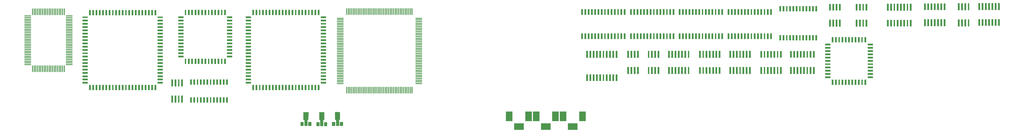
<source format=gbr>
%FSLAX34Y34*%
%MOMM*%
%LNSMDMASK_TOP*%
G71*
G01*
%ADD10R,0.350X2.540*%
%ADD11R,2.540X0.350*%
%ADD12R,0.635X2.033*%
%ADD13R,0.636X2.033*%
%ADD14R,0.634X2.033*%
%ADD15R,2.033X0.635*%
%ADD16R,2.033X0.636*%
%ADD17R,2.032X0.635*%
%ADD18R,2.032X0.636*%
%ADD19R,2.032X0.634*%
%ADD20R,2.033X0.634*%
%ADD21R,0.635X2.031*%
%ADD22R,0.634X2.031*%
%ADD23R,0.636X2.031*%
%ADD24R,2.031X0.635*%
%ADD25R,2.031X0.634*%
%ADD26R,2.031X0.636*%
%ADD27R,0.350X2.550*%
%ADD28R,2.550X0.350*%
%ADD29R,0.635X2.032*%
%ADD30R,0.636X2.032*%
%ADD31R,0.634X2.032*%
%ADD32R,0.636X2.666*%
%ADD33R,0.634X2.666*%
%ADD34R,0.635X2.666*%
%ADD35R,0.634X2.668*%
%ADD36R,0.635X2.668*%
%ADD37R,0.636X2.668*%
%ADD38R,0.635X2.667*%
%ADD39R,0.634X2.667*%
%ADD40R,0.636X2.667*%
%ADD41R,0.636X2.286*%
%ADD42R,0.635X2.286*%
%ADD43R,0.634X2.286*%
%ADD44R,0.638X2.666*%
%ADD45R,0.638X2.668*%
%ADD46R,0.636X2.288*%
%ADD47R,0.635X2.288*%
%ADD48R,0.634X2.288*%
%ADD49R,0.635X2.287*%
%ADD50R,0.634X2.287*%
%ADD51R,0.636X2.287*%
%ADD52R,1.271X1.524*%
%ADD53R,1.270X1.524*%
%ADD54R,1.269X1.524*%
%ADD55R,2.540X3.812*%
%ADD56R,3.812X2.540*%
%ADD57R,1.269X1.526*%
%ADD58R,1.271X1.525*%
%ADD59R,1.269X1.525*%
%ADD60R,1.271X1.526*%
%LPD*%
X247593Y-342018D02*
G54D10*
D03*
X247593Y-121018D02*
G54D10*
D03*
X254093Y-342018D02*
G54D10*
D03*
X254093Y-121018D02*
G54D10*
D03*
X260593Y-342018D02*
G54D10*
D03*
X260593Y-121018D02*
G54D10*
D03*
X267093Y-342018D02*
G54D10*
D03*
X267093Y-121018D02*
G54D10*
D03*
X273593Y-342018D02*
G54D10*
D03*
X273593Y-121018D02*
G54D10*
D03*
X280093Y-342018D02*
G54D10*
D03*
X280093Y-121018D02*
G54D10*
D03*
X286593Y-342018D02*
G54D10*
D03*
X286593Y-121018D02*
G54D10*
D03*
X293093Y-342018D02*
G54D10*
D03*
X293093Y-121018D02*
G54D10*
D03*
X299593Y-342018D02*
G54D10*
D03*
X299593Y-121018D02*
G54D10*
D03*
X306093Y-342018D02*
G54D10*
D03*
X306093Y-121018D02*
G54D10*
D03*
X312593Y-342018D02*
G54D10*
D03*
X312593Y-121018D02*
G54D10*
D03*
X319093Y-342018D02*
G54D10*
D03*
X319093Y-121018D02*
G54D10*
D03*
X325593Y-342018D02*
G54D10*
D03*
X325593Y-121018D02*
G54D10*
D03*
X332093Y-342018D02*
G54D10*
D03*
X332093Y-121018D02*
G54D10*
D03*
X338593Y-342018D02*
G54D10*
D03*
X338593Y-121018D02*
G54D10*
D03*
X345093Y-342018D02*
G54D10*
D03*
X345093Y-121018D02*
G54D10*
D03*
X351593Y-342018D02*
G54D10*
D03*
X351593Y-121018D02*
G54D10*
D03*
X358093Y-342018D02*
G54D10*
D03*
X358093Y-121018D02*
G54D10*
D03*
X364593Y-342018D02*
G54D10*
D03*
X364593Y-121018D02*
G54D10*
D03*
X371093Y-342018D02*
G54D10*
D03*
X371093Y-121018D02*
G54D10*
D03*
X228843Y-325768D02*
G54D11*
D03*
X389843Y-325768D02*
G54D11*
D03*
X228843Y-319268D02*
G54D11*
D03*
X389843Y-319268D02*
G54D11*
D03*
X228843Y-312768D02*
G54D11*
D03*
X389843Y-312768D02*
G54D11*
D03*
X228843Y-306268D02*
G54D11*
D03*
X389843Y-306268D02*
G54D11*
D03*
X228843Y-299768D02*
G54D11*
D03*
X389843Y-299768D02*
G54D11*
D03*
X228843Y-293268D02*
G54D11*
D03*
X389843Y-293268D02*
G54D11*
D03*
X228843Y-286768D02*
G54D11*
D03*
X389843Y-286768D02*
G54D11*
D03*
X228843Y-280268D02*
G54D11*
D03*
X389843Y-280268D02*
G54D11*
D03*
X228843Y-273768D02*
G54D11*
D03*
X389843Y-273768D02*
G54D11*
D03*
X228843Y-267268D02*
G54D11*
D03*
X389843Y-267268D02*
G54D11*
D03*
X228843Y-260768D02*
G54D11*
D03*
X389843Y-260768D02*
G54D11*
D03*
X228843Y-254268D02*
G54D11*
D03*
X389843Y-254268D02*
G54D11*
D03*
X228843Y-247768D02*
G54D11*
D03*
X389843Y-247768D02*
G54D11*
D03*
X228843Y-241268D02*
G54D11*
D03*
X389843Y-241268D02*
G54D11*
D03*
X228843Y-234768D02*
G54D11*
D03*
X389843Y-234768D02*
G54D11*
D03*
X228843Y-228268D02*
G54D11*
D03*
X389843Y-228268D02*
G54D11*
D03*
X228843Y-221768D02*
G54D11*
D03*
X389843Y-221768D02*
G54D11*
D03*
X228843Y-215268D02*
G54D11*
D03*
X389843Y-215268D02*
G54D11*
D03*
X228843Y-208768D02*
G54D11*
D03*
X389843Y-208768D02*
G54D11*
D03*
X228843Y-202268D02*
G54D11*
D03*
X389843Y-202268D02*
G54D11*
D03*
X228843Y-195768D02*
G54D11*
D03*
X389843Y-195768D02*
G54D11*
D03*
X228843Y-189268D02*
G54D11*
D03*
X389843Y-189268D02*
G54D11*
D03*
X228843Y-182768D02*
G54D11*
D03*
X389843Y-182768D02*
G54D11*
D03*
X228843Y-176268D02*
G54D11*
D03*
X389843Y-176268D02*
G54D11*
D03*
X228843Y-169768D02*
G54D11*
D03*
X389843Y-169768D02*
G54D11*
D03*
X228843Y-163268D02*
G54D11*
D03*
X389843Y-163268D02*
G54D11*
D03*
X228843Y-156768D02*
G54D11*
D03*
X389843Y-156768D02*
G54D11*
D03*
X228843Y-150268D02*
G54D11*
D03*
X389843Y-150268D02*
G54D11*
D03*
X228843Y-143768D02*
G54D11*
D03*
X389843Y-143768D02*
G54D11*
D03*
X228843Y-137268D02*
G54D11*
D03*
X389843Y-137268D02*
G54D11*
D03*
X724728Y-415065D02*
G54D12*
D03*
X712024Y-415065D02*
G54D12*
D03*
X699330Y-415065D02*
G54D13*
D03*
X610414Y-415065D02*
G54D14*
D03*
X585010Y-415065D02*
G54D12*
D03*
X559604Y-123940D02*
G54D14*
D03*
X452152Y-269504D02*
G54D15*
D03*
X648524Y-415065D02*
G54D12*
D03*
X635816Y-415065D02*
G54D12*
D03*
X635816Y-123940D02*
G54D12*
D03*
X712024Y-123940D02*
G54D12*
D03*
X661214Y-415065D02*
G54D13*
D03*
X661214Y-123940D02*
G54D13*
D03*
X585010Y-123940D02*
G54D12*
D03*
X610414Y-123940D02*
G54D14*
D03*
X483392Y-415065D02*
G54D13*
D03*
X452152Y-256796D02*
G54D15*
D03*
X452152Y-244094D02*
G54D15*
D03*
X452152Y-231400D02*
G54D16*
D03*
X724728Y-123940D02*
G54D12*
D03*
X699330Y-123940D02*
G54D13*
D03*
X686624Y-123940D02*
G54D12*
D03*
X673920Y-415065D02*
G54D13*
D03*
X673920Y-123940D02*
G54D13*
D03*
X572304Y-415065D02*
G54D13*
D03*
X496098Y-415065D02*
G54D12*
D03*
X508804Y-415065D02*
G54D13*
D03*
X559604Y-415065D02*
G54D14*
D03*
X521497Y-123940D02*
G54D12*
D03*
X546907Y-415065D02*
G54D12*
D03*
X546907Y-123940D02*
G54D12*
D03*
X597714Y-415065D02*
G54D13*
D03*
X521497Y-415065D02*
G54D12*
D03*
X648524Y-123940D02*
G54D12*
D03*
X496098Y-123940D02*
G54D12*
D03*
X483392Y-123940D02*
G54D13*
D03*
X508804Y-123940D02*
G54D13*
D03*
X572304Y-123940D02*
G54D13*
D03*
X534200Y-123940D02*
G54D12*
D03*
X534200Y-415065D02*
G54D12*
D03*
X470688Y-415065D02*
G54D12*
D03*
X743276Y-333004D02*
G54D17*
D03*
X743276Y-345708D02*
G54D18*
D03*
X743276Y-358414D02*
G54D17*
D03*
X743276Y-371120D02*
G54D17*
D03*
X743276Y-396518D02*
G54D18*
D03*
X743276Y-383811D02*
G54D17*
D03*
X743276Y-320311D02*
G54D17*
D03*
X743276Y-307605D02*
G54D17*
D03*
X743276Y-294900D02*
G54D18*
D03*
X743276Y-282200D02*
G54D19*
D03*
X743276Y-269504D02*
G54D17*
D03*
X743276Y-256796D02*
G54D17*
D03*
X743276Y-244094D02*
G54D17*
D03*
X743276Y-231400D02*
G54D18*
D03*
X743276Y-218695D02*
G54D17*
D03*
X743276Y-205990D02*
G54D18*
D03*
X743276Y-193282D02*
G54D18*
D03*
X743276Y-180594D02*
G54D17*
D03*
X743276Y-142482D02*
G54D19*
D03*
X743276Y-155180D02*
G54D17*
D03*
X743276Y-167886D02*
G54D17*
D03*
X452152Y-205990D02*
G54D16*
D03*
X452152Y-218695D02*
G54D15*
D03*
X452152Y-345708D02*
G54D16*
D03*
X452152Y-358414D02*
G54D15*
D03*
X452152Y-371120D02*
G54D15*
D03*
X452152Y-383811D02*
G54D15*
D03*
X452152Y-396518D02*
G54D16*
D03*
X452152Y-320311D02*
G54D15*
D03*
X452152Y-333004D02*
G54D15*
D03*
X452152Y-282200D02*
G54D20*
D03*
X452152Y-294900D02*
G54D16*
D03*
X452152Y-307605D02*
G54D15*
D03*
X597714Y-123940D02*
G54D13*
D03*
X452152Y-180594D02*
G54D15*
D03*
X452152Y-193282D02*
G54D16*
D03*
X452152Y-167886D02*
G54D15*
D03*
X452152Y-155180D02*
G54D15*
D03*
X452152Y-142482D02*
G54D20*
D03*
X470688Y-123940D02*
G54D12*
D03*
X623110Y-415065D02*
G54D12*
D03*
X623110Y-123940D02*
G54D12*
D03*
X686624Y-415065D02*
G54D12*
D03*
X823088Y-294653D02*
G54D16*
D03*
X943242Y-313194D02*
G54D21*
D03*
X943242Y-123682D02*
G54D12*
D03*
X930540Y-313194D02*
G54D22*
D03*
X930540Y-123682D02*
G54D14*
D03*
X994048Y-313194D02*
G54D23*
D03*
X994048Y-123682D02*
G54D13*
D03*
X841630Y-313194D02*
G54D22*
D03*
X841630Y-123682D02*
G54D14*
D03*
X823089Y-154933D02*
G54D15*
D03*
X823089Y-167633D02*
G54D20*
D03*
X823088Y-142229D02*
G54D15*
D03*
X823089Y-231139D02*
G54D15*
D03*
X854330Y-123682D02*
G54D13*
D03*
X867034Y-123682D02*
G54D12*
D03*
X879742Y-123682D02*
G54D12*
D03*
X892433Y-123682D02*
G54D12*
D03*
X905138Y-123682D02*
G54D13*
D03*
X917844Y-123682D02*
G54D12*
D03*
X955945Y-313194D02*
G54D21*
D03*
X955945Y-123682D02*
G54D12*
D03*
X968652Y-123682D02*
G54D12*
D03*
X981351Y-123682D02*
G54D14*
D03*
X892433Y-313194D02*
G54D21*
D03*
X905138Y-313194D02*
G54D23*
D03*
X917844Y-313194D02*
G54D21*
D03*
X854330Y-313194D02*
G54D23*
D03*
X867034Y-313194D02*
G54D21*
D03*
X879742Y-313194D02*
G54D21*
D03*
X981351Y-313194D02*
G54D22*
D03*
X968652Y-313194D02*
G54D21*
D03*
X1012596Y-294653D02*
G54D18*
D03*
X1012596Y-193035D02*
G54D18*
D03*
X1012596Y-205743D02*
G54D18*
D03*
X1012596Y-218440D02*
G54D19*
D03*
X1012596Y-231139D02*
G54D17*
D03*
X1012596Y-243847D02*
G54D17*
D03*
X1012596Y-256549D02*
G54D17*
D03*
X1012596Y-269243D02*
G54D18*
D03*
X1012596Y-281948D02*
G54D17*
D03*
X1012596Y-180331D02*
G54D17*
D03*
X1012596Y-167633D02*
G54D19*
D03*
X1012596Y-154933D02*
G54D17*
D03*
X1012596Y-142229D02*
G54D17*
D03*
X823088Y-281948D02*
G54D15*
D03*
X823088Y-269243D02*
G54D16*
D03*
X823089Y-256549D02*
G54D15*
D03*
X823088Y-243847D02*
G54D15*
D03*
X823089Y-218440D02*
G54D20*
D03*
X823089Y-205743D02*
G54D16*
D03*
X823088Y-193035D02*
G54D16*
D03*
X823089Y-180331D02*
G54D15*
D03*
X1084766Y-256405D02*
G54D16*
D03*
X1103314Y-123534D02*
G54D12*
D03*
X1116020Y-123534D02*
G54D12*
D03*
X1084766Y-180185D02*
G54D15*
D03*
X1141418Y-123534D02*
G54D13*
D03*
X1154124Y-123534D02*
G54D12*
D03*
X1084766Y-218295D02*
G54D20*
D03*
X1084766Y-230995D02*
G54D16*
D03*
X1243034Y-123534D02*
G54D12*
D03*
X1306550Y-414667D02*
G54D21*
D03*
X1357358Y-123534D02*
G54D13*
D03*
X1319247Y-414667D02*
G54D22*
D03*
X1331947Y-414667D02*
G54D23*
D03*
X1255740Y-123534D02*
G54D12*
D03*
X1268438Y-123534D02*
G54D14*
D03*
X1281138Y-123534D02*
G54D13*
D03*
X1255740Y-414667D02*
G54D21*
D03*
X1268438Y-414667D02*
G54D22*
D03*
X1281138Y-414667D02*
G54D23*
D03*
X1375900Y-180185D02*
G54D24*
D03*
X1375900Y-167488D02*
G54D25*
D03*
X1375900Y-154788D02*
G54D26*
D03*
X1375900Y-142084D02*
G54D24*
D03*
X1375900Y-218295D02*
G54D25*
D03*
X1375900Y-205598D02*
G54D24*
D03*
X1375900Y-192892D02*
G54D24*
D03*
X1357358Y-414667D02*
G54D23*
D03*
X1179521Y-414667D02*
G54D21*
D03*
X1192226Y-414667D02*
G54D21*
D03*
X1084766Y-370713D02*
G54D16*
D03*
X1084766Y-358016D02*
G54D20*
D03*
X1084766Y-345317D02*
G54D15*
D03*
X1217638Y-414667D02*
G54D23*
D03*
X1230328Y-414667D02*
G54D23*
D03*
X1243034Y-414667D02*
G54D21*
D03*
X1141418Y-414667D02*
G54D23*
D03*
X1154124Y-414667D02*
G54D21*
D03*
X1128720Y-414667D02*
G54D22*
D03*
X1179521Y-123534D02*
G54D12*
D03*
X1192226Y-123534D02*
G54D12*
D03*
X1319247Y-123534D02*
G54D14*
D03*
X1331947Y-123534D02*
G54D13*
D03*
X1293842Y-123534D02*
G54D12*
D03*
X1293842Y-414667D02*
G54D21*
D03*
X1344652Y-123534D02*
G54D12*
D03*
X1166828Y-123534D02*
G54D13*
D03*
X1166828Y-414667D02*
G54D23*
D03*
X1084766Y-383419D02*
G54D15*
D03*
X1084766Y-269098D02*
G54D15*
D03*
X1217638Y-123534D02*
G54D13*
D03*
X1230328Y-123534D02*
G54D13*
D03*
X1306550Y-123534D02*
G54D12*
D03*
X1204932Y-414667D02*
G54D21*
D03*
X1084766Y-307213D02*
G54D16*
D03*
X1084766Y-319905D02*
G54D16*
D03*
X1084766Y-281802D02*
G54D15*
D03*
X1084766Y-294509D02*
G54D15*
D03*
X1128720Y-123534D02*
G54D14*
D03*
X1344652Y-414667D02*
G54D21*
D03*
X1204932Y-123534D02*
G54D12*
D03*
X1375900Y-358016D02*
G54D25*
D03*
X1375900Y-396123D02*
G54D26*
D03*
X1375900Y-383419D02*
G54D24*
D03*
X1375900Y-370713D02*
G54D26*
D03*
X1084766Y-396123D02*
G54D16*
D03*
X1103314Y-414667D02*
G54D21*
D03*
X1116020Y-414667D02*
G54D21*
D03*
X1084766Y-205598D02*
G54D15*
D03*
X1375900Y-256405D02*
G54D26*
D03*
X1375900Y-269098D02*
G54D24*
D03*
X1375900Y-230995D02*
G54D26*
D03*
X1375900Y-243699D02*
G54D24*
D03*
X1375900Y-332611D02*
G54D24*
D03*
X1375900Y-319905D02*
G54D26*
D03*
X1375900Y-345317D02*
G54D24*
D03*
X1375900Y-307213D02*
G54D26*
D03*
X1375900Y-281802D02*
G54D24*
D03*
X1375900Y-294509D02*
G54D24*
D03*
X1084766Y-142084D02*
G54D15*
D03*
X1084766Y-167488D02*
G54D20*
D03*
X1084766Y-154788D02*
G54D16*
D03*
X1084766Y-243699D02*
G54D15*
D03*
X1084766Y-332611D02*
G54D15*
D03*
X1084766Y-192892D02*
G54D15*
D03*
X1466850Y-425253D02*
G54D27*
D03*
X1466850Y-120253D02*
G54D27*
D03*
X1473350Y-425253D02*
G54D27*
D03*
X1473350Y-120253D02*
G54D27*
D03*
X1479850Y-425253D02*
G54D27*
D03*
X1479850Y-120253D02*
G54D27*
D03*
X1486350Y-425253D02*
G54D27*
D03*
X1486350Y-120253D02*
G54D27*
D03*
X1492850Y-425253D02*
G54D27*
D03*
X1492850Y-120253D02*
G54D27*
D03*
X1499350Y-425253D02*
G54D27*
D03*
X1499350Y-120253D02*
G54D27*
D03*
X1505850Y-425253D02*
G54D27*
D03*
X1505850Y-120253D02*
G54D27*
D03*
X1512350Y-425253D02*
G54D27*
D03*
X1512350Y-120253D02*
G54D27*
D03*
X1518850Y-425253D02*
G54D27*
D03*
X1518850Y-120253D02*
G54D27*
D03*
X1525350Y-425253D02*
G54D27*
D03*
X1525350Y-120253D02*
G54D27*
D03*
X1531850Y-425253D02*
G54D27*
D03*
X1531850Y-120253D02*
G54D27*
D03*
X1538350Y-425253D02*
G54D27*
D03*
X1538350Y-120253D02*
G54D27*
D03*
X1544850Y-425253D02*
G54D27*
D03*
X1544850Y-120253D02*
G54D27*
D03*
X1551350Y-425253D02*
G54D27*
D03*
X1551350Y-120253D02*
G54D27*
D03*
X1557850Y-425253D02*
G54D27*
D03*
X1557850Y-120253D02*
G54D27*
D03*
X1564350Y-425253D02*
G54D27*
D03*
X1564350Y-120253D02*
G54D27*
D03*
X1570850Y-425253D02*
G54D27*
D03*
X1570850Y-120253D02*
G54D27*
D03*
X1577350Y-425253D02*
G54D27*
D03*
X1577350Y-120253D02*
G54D27*
D03*
X1583850Y-425253D02*
G54D27*
D03*
X1583850Y-120253D02*
G54D27*
D03*
X1590350Y-425253D02*
G54D27*
D03*
X1590350Y-120253D02*
G54D27*
D03*
X1596850Y-425253D02*
G54D27*
D03*
X1596850Y-120253D02*
G54D27*
D03*
X1603350Y-425253D02*
G54D27*
D03*
X1603350Y-120253D02*
G54D27*
D03*
X1609850Y-425253D02*
G54D27*
D03*
X1609850Y-120253D02*
G54D27*
D03*
X1616350Y-425253D02*
G54D27*
D03*
X1616350Y-120253D02*
G54D27*
D03*
X1622850Y-425253D02*
G54D27*
D03*
X1622850Y-120253D02*
G54D27*
D03*
X1629350Y-425253D02*
G54D27*
D03*
X1629350Y-120253D02*
G54D27*
D03*
X1635850Y-425253D02*
G54D27*
D03*
X1635850Y-120253D02*
G54D27*
D03*
X1642350Y-425253D02*
G54D27*
D03*
X1642350Y-120253D02*
G54D27*
D03*
X1648850Y-425253D02*
G54D27*
D03*
X1648850Y-120253D02*
G54D27*
D03*
X1655350Y-425253D02*
G54D27*
D03*
X1655350Y-120253D02*
G54D27*
D03*
X1661850Y-425253D02*
G54D27*
D03*
X1661850Y-120253D02*
G54D27*
D03*
X1668350Y-425253D02*
G54D27*
D03*
X1668350Y-120253D02*
G54D27*
D03*
X1674850Y-425253D02*
G54D27*
D03*
X1674850Y-120253D02*
G54D27*
D03*
X1681350Y-425253D02*
G54D27*
D03*
X1681350Y-120253D02*
G54D27*
D03*
X1687850Y-425253D02*
G54D27*
D03*
X1687850Y-120253D02*
G54D27*
D03*
X1694350Y-425253D02*
G54D27*
D03*
X1694350Y-120253D02*
G54D27*
D03*
X1700850Y-425253D02*
G54D27*
D03*
X1700850Y-120253D02*
G54D27*
D03*
X1707350Y-425253D02*
G54D27*
D03*
X1707350Y-120253D02*
G54D27*
D03*
X1713850Y-425253D02*
G54D27*
D03*
X1713850Y-120253D02*
G54D27*
D03*
X1720350Y-425253D02*
G54D27*
D03*
X1720350Y-120253D02*
G54D27*
D03*
X1441100Y-399503D02*
G54D28*
D03*
X1746105Y-399503D02*
G54D28*
D03*
X1441100Y-393003D02*
G54D28*
D03*
X1746104Y-393003D02*
G54D28*
D03*
X1441100Y-386503D02*
G54D28*
D03*
X1746104Y-386503D02*
G54D28*
D03*
X1441100Y-380003D02*
G54D28*
D03*
X1746104Y-380003D02*
G54D28*
D03*
X1441100Y-373503D02*
G54D28*
D03*
X1746105Y-373503D02*
G54D28*
D03*
X1441100Y-367003D02*
G54D28*
D03*
X1746105Y-367003D02*
G54D28*
D03*
X1441100Y-360503D02*
G54D28*
D03*
X1746105Y-360503D02*
G54D28*
D03*
X1441100Y-354003D02*
G54D28*
D03*
X1746105Y-354003D02*
G54D28*
D03*
X1441100Y-347503D02*
G54D28*
D03*
X1746105Y-347503D02*
G54D28*
D03*
X1441100Y-341003D02*
G54D28*
D03*
X1746105Y-341003D02*
G54D28*
D03*
X1441100Y-334503D02*
G54D28*
D03*
X1746104Y-334503D02*
G54D28*
D03*
X1441100Y-328003D02*
G54D28*
D03*
X1746104Y-328003D02*
G54D28*
D03*
X1441100Y-321503D02*
G54D28*
D03*
X1746104Y-321503D02*
G54D28*
D03*
X1441100Y-315003D02*
G54D28*
D03*
X1746104Y-315003D02*
G54D28*
D03*
X1441100Y-308503D02*
G54D28*
D03*
X1746104Y-308503D02*
G54D28*
D03*
X1441100Y-302003D02*
G54D28*
D03*
X1746104Y-302003D02*
G54D28*
D03*
X1441100Y-295503D02*
G54D28*
D03*
X1746105Y-295503D02*
G54D28*
D03*
X1441100Y-289003D02*
G54D28*
D03*
X1746105Y-289003D02*
G54D28*
D03*
X1441100Y-282503D02*
G54D28*
D03*
X1746104Y-282503D02*
G54D28*
D03*
X1441100Y-276003D02*
G54D28*
D03*
X1746105Y-276003D02*
G54D28*
D03*
X1441100Y-269503D02*
G54D28*
D03*
X1746105Y-269503D02*
G54D28*
D03*
X1441100Y-263003D02*
G54D28*
D03*
X1746104Y-263003D02*
G54D28*
D03*
X1441100Y-256503D02*
G54D28*
D03*
X1746104Y-256503D02*
G54D28*
D03*
X1441100Y-250003D02*
G54D28*
D03*
X1746105Y-250003D02*
G54D28*
D03*
X1441100Y-243503D02*
G54D28*
D03*
X1746105Y-243503D02*
G54D28*
D03*
X1441100Y-237003D02*
G54D28*
D03*
X1746104Y-237003D02*
G54D28*
D03*
X1441100Y-230503D02*
G54D28*
D03*
X1746104Y-230503D02*
G54D28*
D03*
X1441100Y-224003D02*
G54D28*
D03*
X1746105Y-224003D02*
G54D28*
D03*
X1441100Y-217503D02*
G54D28*
D03*
X1746105Y-217503D02*
G54D28*
D03*
X1441100Y-211003D02*
G54D28*
D03*
X1746105Y-211003D02*
G54D28*
D03*
X1441100Y-204503D02*
G54D28*
D03*
X1746104Y-204503D02*
G54D28*
D03*
X1441100Y-198003D02*
G54D28*
D03*
X1746104Y-198003D02*
G54D28*
D03*
X1441100Y-191503D02*
G54D28*
D03*
X1746104Y-191503D02*
G54D28*
D03*
X1441100Y-185003D02*
G54D28*
D03*
X1746105Y-185003D02*
G54D28*
D03*
X1441100Y-178503D02*
G54D28*
D03*
X1746105Y-178503D02*
G54D28*
D03*
X1441100Y-172003D02*
G54D28*
D03*
X1746104Y-172003D02*
G54D28*
D03*
X1441100Y-165503D02*
G54D28*
D03*
X1746104Y-165503D02*
G54D28*
D03*
X1441100Y-159003D02*
G54D28*
D03*
X1746104Y-159003D02*
G54D28*
D03*
X1441100Y-152503D02*
G54D28*
D03*
X1746105Y-152503D02*
G54D28*
D03*
X1441100Y-146003D02*
G54D28*
D03*
X1746105Y-146003D02*
G54D28*
D03*
X3351675Y-228997D02*
G54D29*
D03*
X3497747Y-273459D02*
G54D16*
D03*
X3497747Y-286149D02*
G54D15*
D03*
X3497747Y-260752D02*
G54D16*
D03*
X3497747Y-248048D02*
G54D15*
D03*
X3497747Y-336959D02*
G54D16*
D03*
X3497747Y-324259D02*
G54D20*
D03*
X3453289Y-394119D02*
G54D13*
D03*
X3332623Y-311563D02*
G54D24*
D03*
X3497747Y-311563D02*
G54D15*
D03*
X3332623Y-375063D02*
G54D24*
D03*
X3377079Y-394119D02*
G54D14*
D03*
X3364379Y-394119D02*
G54D13*
D03*
X3351675Y-394119D02*
G54D12*
D03*
X3332623Y-248048D02*
G54D24*
D03*
X3332623Y-260752D02*
G54D26*
D03*
X3478687Y-228997D02*
G54D29*
D03*
X3497747Y-349664D02*
G54D15*
D03*
X3332623Y-349664D02*
G54D24*
D03*
X3497747Y-362369D02*
G54D16*
D03*
X3332623Y-362369D02*
G54D26*
D03*
X3332623Y-336959D02*
G54D26*
D03*
X3332623Y-324259D02*
G54D25*
D03*
X3332623Y-273459D02*
G54D26*
D03*
X3332623Y-286149D02*
G54D24*
D03*
X3332623Y-298856D02*
G54D24*
D03*
X3497747Y-298856D02*
G54D15*
D03*
X3389777Y-394119D02*
G54D12*
D03*
X3402483Y-394119D02*
G54D12*
D03*
X3415187Y-394119D02*
G54D12*
D03*
X3440585Y-394119D02*
G54D12*
D03*
X3427879Y-394119D02*
G54D13*
D03*
X3465989Y-394119D02*
G54D14*
D03*
X3478687Y-394119D02*
G54D12*
D03*
X3497747Y-375063D02*
G54D15*
D03*
X3364379Y-228997D02*
G54D30*
D03*
X3377079Y-228997D02*
G54D31*
D03*
X3389777Y-228997D02*
G54D29*
D03*
X3402483Y-228997D02*
G54D29*
D03*
X3415187Y-228997D02*
G54D29*
D03*
X3465989Y-228997D02*
G54D31*
D03*
X3453289Y-228997D02*
G54D30*
D03*
X3440585Y-228997D02*
G54D29*
D03*
X3427879Y-228997D02*
G54D30*
D03*
X3654859Y-165136D02*
G54D32*
D03*
X3642159Y-165136D02*
G54D33*
D03*
X3629463Y-165136D02*
G54D34*
D03*
X3616756Y-165136D02*
G54D34*
D03*
X3604052Y-165136D02*
G54D34*
D03*
X3591352Y-165136D02*
G54D33*
D03*
X3578653Y-165136D02*
G54D34*
D03*
X3565950Y-165136D02*
G54D32*
D03*
X3591352Y-102898D02*
G54D35*
D03*
X3578653Y-102898D02*
G54D36*
D03*
X3565950Y-102898D02*
G54D37*
D03*
X3654859Y-102898D02*
G54D37*
D03*
X3642159Y-102898D02*
G54D35*
D03*
X3604052Y-102898D02*
G54D36*
D03*
X3616756Y-102898D02*
G54D36*
D03*
X3629463Y-102898D02*
G54D36*
D03*
X827886Y-459452D02*
G54D38*
D03*
X815185Y-459452D02*
G54D39*
D03*
X827886Y-397213D02*
G54D36*
D03*
X815185Y-397213D02*
G54D35*
D03*
X802486Y-459452D02*
G54D38*
D03*
X802486Y-397213D02*
G54D36*
D03*
X789782Y-397213D02*
G54D37*
D03*
X789782Y-459452D02*
G54D40*
D03*
X874966Y-462729D02*
G54D12*
D03*
X874966Y-393633D02*
G54D12*
D03*
X862260Y-393633D02*
G54D13*
D03*
X862260Y-462729D02*
G54D13*
D03*
X1001978Y-393633D02*
G54D13*
D03*
X989274Y-393633D02*
G54D12*
D03*
X963876Y-393633D02*
G54D12*
D03*
X976582Y-393633D02*
G54D12*
D03*
X887665Y-393633D02*
G54D14*
D03*
X887665Y-462729D02*
G54D14*
D03*
X900365Y-393633D02*
G54D12*
D03*
X1001978Y-462729D02*
G54D13*
D03*
X989274Y-462729D02*
G54D12*
D03*
X976582Y-462729D02*
G54D12*
D03*
X963876Y-462729D02*
G54D12*
D03*
X938470Y-462729D02*
G54D14*
D03*
X938470Y-393633D02*
G54D14*
D03*
X925774Y-462729D02*
G54D12*
D03*
X913068Y-462729D02*
G54D13*
D03*
X925774Y-393633D02*
G54D12*
D03*
X913068Y-393633D02*
G54D13*
D03*
X951172Y-393633D02*
G54D12*
D03*
X951172Y-462729D02*
G54D12*
D03*
X900365Y-462729D02*
G54D12*
D03*
X2379894Y-215994D02*
G54D41*
D03*
X2392601Y-215994D02*
G54D41*
D03*
X2405305Y-215994D02*
G54D42*
D03*
X2379894Y-121998D02*
G54D41*
D03*
X2392601Y-121998D02*
G54D41*
D03*
X2405305Y-121998D02*
G54D42*
D03*
X2418011Y-121998D02*
G54D41*
D03*
X2418011Y-215994D02*
G54D41*
D03*
X2430704Y-121998D02*
G54D42*
D03*
X2443407Y-121998D02*
G54D42*
D03*
X2456115Y-121998D02*
G54D42*
D03*
X2468811Y-121998D02*
G54D43*
D03*
X2481512Y-121998D02*
G54D41*
D03*
X2456115Y-215994D02*
G54D42*
D03*
X2468811Y-215994D02*
G54D43*
D03*
X2481512Y-215994D02*
G54D41*
D03*
X2494216Y-121998D02*
G54D42*
D03*
X2494216Y-215994D02*
G54D42*
D03*
X2506924Y-215994D02*
G54D42*
D03*
X2506924Y-121998D02*
G54D42*
D03*
X2519620Y-121998D02*
G54D43*
D03*
X2519620Y-215994D02*
G54D43*
D03*
X2532315Y-121998D02*
G54D41*
D03*
X2545017Y-121998D02*
G54D42*
D03*
X2532315Y-215994D02*
G54D41*
D03*
X2545017Y-215994D02*
G54D42*
D03*
X2443407Y-215994D02*
G54D42*
D03*
X2430704Y-215994D02*
G54D42*
D03*
X2741988Y-286044D02*
G54D40*
D03*
X2741988Y-348286D02*
G54D37*
D03*
X2754678Y-348286D02*
G54D37*
D03*
X2767384Y-348286D02*
G54D36*
D03*
X2780091Y-348286D02*
G54D36*
D03*
X2792788Y-348286D02*
G54D35*
D03*
X2716576Y-348286D02*
G54D36*
D03*
X2729282Y-348286D02*
G54D36*
D03*
X2729282Y-286044D02*
G54D38*
D03*
X2716576Y-286044D02*
G54D38*
D03*
X2754678Y-286044D02*
G54D40*
D03*
X2767384Y-286044D02*
G54D38*
D03*
X2780092Y-286044D02*
G54D38*
D03*
X2792788Y-286044D02*
G54D39*
D03*
X2676147Y-286049D02*
G54D37*
D03*
X2663441Y-286049D02*
G54D36*
D03*
X2650735Y-286049D02*
G54D36*
D03*
X2638036Y-286049D02*
G54D35*
D03*
X2638036Y-348295D02*
G54D35*
D03*
X2650735Y-348295D02*
G54D36*
D03*
X2663441Y-348295D02*
G54D36*
D03*
X2676147Y-348295D02*
G54D37*
D03*
X2595972Y-348290D02*
G54D38*
D03*
X2583282Y-286050D02*
G54D36*
D03*
X2570576Y-286050D02*
G54D37*
D03*
X2557872Y-286050D02*
G54D36*
D03*
X2583282Y-348290D02*
G54D38*
D03*
X2570576Y-348290D02*
G54D40*
D03*
X2557872Y-348290D02*
G54D38*
D03*
X2595972Y-286050D02*
G54D36*
D03*
X3722691Y-101325D02*
G54D34*
D03*
X3735391Y-101325D02*
G54D34*
D03*
X3748091Y-101325D02*
G54D34*
D03*
X3709991Y-101325D02*
G54D34*
D03*
X3709991Y-163564D02*
G54D36*
D03*
X3722691Y-163564D02*
G54D36*
D03*
X3735391Y-163564D02*
G54D36*
D03*
X3748091Y-163564D02*
G54D36*
D03*
X3760804Y-101325D02*
G54D44*
D03*
X3760804Y-163564D02*
G54D45*
D03*
X3773517Y-163564D02*
G54D36*
D03*
X3786191Y-163564D02*
G54D36*
D03*
X3773517Y-101325D02*
G54D34*
D03*
X3786191Y-101325D02*
G54D34*
D03*
X3879159Y-101718D02*
G54D39*
D03*
X3879159Y-163957D02*
G54D35*
D03*
X3866461Y-163957D02*
G54D36*
D03*
X3853755Y-163957D02*
G54D36*
D03*
X3841049Y-163957D02*
G54D37*
D03*
X3841049Y-101718D02*
G54D40*
D03*
X3853755Y-101718D02*
G54D38*
D03*
X3866461Y-101718D02*
G54D38*
D03*
X3341472Y-102889D02*
G54D32*
D03*
X3354178Y-102889D02*
G54D34*
D03*
X3366882Y-102889D02*
G54D32*
D03*
X3379576Y-102889D02*
G54D34*
D03*
X3379576Y-165128D02*
G54D36*
D03*
X3366882Y-165128D02*
G54D37*
D03*
X3354178Y-165128D02*
G54D36*
D03*
X3341472Y-165128D02*
G54D37*
D03*
X3112692Y-286040D02*
G54D34*
D03*
X3125398Y-286040D02*
G54D34*
D03*
X3138096Y-286040D02*
G54D33*
D03*
X3150796Y-286040D02*
G54D32*
D03*
X3074590Y-286040D02*
G54D34*
D03*
X3087288Y-286040D02*
G54D33*
D03*
X3099988Y-286040D02*
G54D34*
D03*
X3112692Y-348278D02*
G54D36*
D03*
X3125398Y-348278D02*
G54D36*
D03*
X3138096Y-348278D02*
G54D35*
D03*
X3150796Y-348278D02*
G54D37*
D03*
X3099988Y-348278D02*
G54D36*
D03*
X3087288Y-348278D02*
G54D35*
D03*
X3074590Y-348278D02*
G54D36*
D03*
X2954396Y-286049D02*
G54D37*
D03*
X2967102Y-286049D02*
G54D36*
D03*
X2979806Y-286049D02*
G54D37*
D03*
X2992506Y-286049D02*
G54D35*
D03*
X3005204Y-286049D02*
G54D36*
D03*
X3017910Y-286049D02*
G54D36*
D03*
X3030616Y-286049D02*
G54D36*
D03*
X3030616Y-348288D02*
G54D38*
D03*
X3017910Y-348288D02*
G54D38*
D03*
X3005204Y-348288D02*
G54D38*
D03*
X2992506Y-348288D02*
G54D39*
D03*
X2954396Y-348288D02*
G54D40*
D03*
X2967102Y-348288D02*
G54D38*
D03*
X2979806Y-348288D02*
G54D40*
D03*
X2398717Y-376235D02*
G54D32*
D03*
X2398717Y-286049D02*
G54D37*
D03*
X2436820Y-286049D02*
G54D36*
D03*
X2436820Y-376235D02*
G54D34*
D03*
X2424113Y-376235D02*
G54D34*
D03*
X2424113Y-286049D02*
G54D36*
D03*
X2411421Y-376235D02*
G54D34*
D03*
X2411421Y-286049D02*
G54D36*
D03*
X2449524Y-376235D02*
G54D34*
D03*
X2449524Y-286049D02*
G54D36*
D03*
X2513024Y-286049D02*
G54D36*
D03*
X2500331Y-286049D02*
G54D36*
D03*
X2487627Y-286049D02*
G54D37*
D03*
X2513024Y-376235D02*
G54D34*
D03*
X2500331Y-376235D02*
G54D34*
D03*
X2487627Y-376235D02*
G54D32*
D03*
X2474921Y-376235D02*
G54D34*
D03*
X2474921Y-286049D02*
G54D36*
D03*
X2462225Y-286049D02*
G54D35*
D03*
X2462225Y-376235D02*
G54D33*
D03*
X3279094Y-286040D02*
G54D34*
D03*
X3266388Y-286040D02*
G54D34*
D03*
X3253690Y-286040D02*
G54D33*
D03*
X3240991Y-286040D02*
G54D32*
D03*
X3228286Y-286040D02*
G54D34*
D03*
X3215580Y-286040D02*
G54D34*
D03*
X3202887Y-286040D02*
G54D34*
D03*
X3190182Y-286040D02*
G54D34*
D03*
X3253690Y-348279D02*
G54D35*
D03*
X3190182Y-348279D02*
G54D36*
D03*
X3202887Y-348279D02*
G54D36*
D03*
X3215580Y-348279D02*
G54D36*
D03*
X3228286Y-348279D02*
G54D36*
D03*
X3240991Y-348279D02*
G54D37*
D03*
X3266388Y-348279D02*
G54D36*
D03*
X3279094Y-348279D02*
G54D36*
D03*
X3933138Y-162755D02*
G54D32*
D03*
X3933138Y-100516D02*
G54D37*
D03*
X3945843Y-100516D02*
G54D36*
D03*
X3945843Y-162755D02*
G54D34*
D03*
X3920445Y-162755D02*
G54D32*
D03*
X3920445Y-100516D02*
G54D37*
D03*
X3958549Y-100516D02*
G54D36*
D03*
X3971255Y-100516D02*
G54D37*
D03*
X3971255Y-162755D02*
G54D32*
D03*
X3958549Y-162755D02*
G54D34*
D03*
X3996652Y-100516D02*
G54D36*
D03*
X3983945Y-100516D02*
G54D37*
D03*
X3983945Y-162755D02*
G54D32*
D03*
X3996652Y-162755D02*
G54D34*
D03*
X3444952Y-165127D02*
G54D37*
D03*
X3457660Y-165127D02*
G54D37*
D03*
X3470356Y-165127D02*
G54D35*
D03*
X3483056Y-165127D02*
G54D36*
D03*
X3483056Y-102888D02*
G54D34*
D03*
X3470356Y-102888D02*
G54D33*
D03*
X3457660Y-102888D02*
G54D32*
D03*
X3444952Y-102888D02*
G54D32*
D03*
X3287796Y-109200D02*
G54D29*
D03*
X3148076Y-109200D02*
G54D30*
D03*
X3160782Y-109200D02*
G54D29*
D03*
X3173480Y-109200D02*
G54D31*
D03*
X3198885Y-221492D02*
G54D21*
D03*
X3186180Y-221492D02*
G54D21*
D03*
X3173480Y-221492D02*
G54D22*
D03*
X3160782Y-221492D02*
G54D21*
D03*
X3148076Y-221492D02*
G54D23*
D03*
X3287796Y-221492D02*
G54D21*
D03*
X3275090Y-221492D02*
G54D21*
D03*
X3262398Y-221492D02*
G54D21*
D03*
X3249694Y-221492D02*
G54D23*
D03*
X3211590Y-221492D02*
G54D21*
D03*
X3224290Y-221492D02*
G54D22*
D03*
X3236986Y-221492D02*
G54D21*
D03*
X3186180Y-109200D02*
G54D29*
D03*
X3198885Y-109200D02*
G54D29*
D03*
X3211590Y-109200D02*
G54D29*
D03*
X3224290Y-109200D02*
G54D31*
D03*
X3236986Y-109200D02*
G54D29*
D03*
X3249694Y-109200D02*
G54D30*
D03*
X3275090Y-109200D02*
G54D29*
D03*
X3262398Y-109200D02*
G54D29*
D03*
X2607302Y-215988D02*
G54D46*
D03*
X2607302Y-121998D02*
G54D41*
D03*
X2734287Y-215988D02*
G54D47*
D03*
X2721585Y-215988D02*
G54D46*
D03*
X2708891Y-215988D02*
G54D48*
D03*
X2696196Y-215988D02*
G54D47*
D03*
X2683490Y-215988D02*
G54D47*
D03*
X2594596Y-215988D02*
G54D47*
D03*
X2632692Y-215988D02*
G54D47*
D03*
X2619994Y-215988D02*
G54D47*
D03*
X2632692Y-121998D02*
G54D42*
D03*
X2619994Y-121998D02*
G54D42*
D03*
X2594596Y-121998D02*
G54D42*
D03*
X2581892Y-121998D02*
G54D41*
D03*
X2569186Y-121998D02*
G54D41*
D03*
X2734287Y-121998D02*
G54D42*
D03*
X2721585Y-121998D02*
G54D41*
D03*
X2708891Y-121998D02*
G54D43*
D03*
X2696196Y-121998D02*
G54D42*
D03*
X2683490Y-121998D02*
G54D42*
D03*
X2581892Y-215988D02*
G54D46*
D03*
X2569186Y-215988D02*
G54D46*
D03*
X2670785Y-121998D02*
G54D41*
D03*
X2670785Y-215988D02*
G54D46*
D03*
X2658088Y-215988D02*
G54D48*
D03*
X2658088Y-121998D02*
G54D43*
D03*
X2645396Y-215988D02*
G54D47*
D03*
X2645396Y-121998D02*
G54D42*
D03*
X2872532Y-215994D02*
G54D49*
D03*
X2885239Y-215994D02*
G54D49*
D03*
X2897937Y-215994D02*
G54D50*
D03*
X2910635Y-215994D02*
G54D51*
D03*
X2923341Y-215994D02*
G54D49*
D03*
X2783634Y-121998D02*
G54D42*
D03*
X2809026Y-215994D02*
G54D49*
D03*
X2821725Y-215994D02*
G54D49*
D03*
X2847127Y-121998D02*
G54D43*
D03*
X2847127Y-215994D02*
G54D50*
D03*
X2859827Y-215994D02*
G54D51*
D03*
X2859827Y-121998D02*
G54D41*
D03*
X2834431Y-215994D02*
G54D49*
D03*
X2834431Y-121998D02*
G54D42*
D03*
X2923341Y-121998D02*
G54D42*
D03*
X2783634Y-215994D02*
G54D49*
D03*
X2758232Y-215994D02*
G54D51*
D03*
X2770934Y-215994D02*
G54D51*
D03*
X2796336Y-121998D02*
G54D41*
D03*
X2796336Y-215994D02*
G54D51*
D03*
X2770934Y-121998D02*
G54D41*
D03*
X2758232Y-121998D02*
G54D41*
D03*
X2821725Y-121998D02*
G54D42*
D03*
X2809026Y-121998D02*
G54D42*
D03*
X2885239Y-121998D02*
G54D42*
D03*
X2872532Y-121998D02*
G54D42*
D03*
X2910635Y-121998D02*
G54D41*
D03*
X2897937Y-121998D02*
G54D43*
D03*
X3011020Y-122004D02*
G54D49*
D03*
X2998318Y-122004D02*
G54D49*
D03*
X2972918Y-216000D02*
G54D42*
D03*
X3049124Y-216000D02*
G54D41*
D03*
X3036424Y-216000D02*
G54D43*
D03*
X3023728Y-216000D02*
G54D42*
D03*
X3112638Y-216000D02*
G54D42*
D03*
X3112638Y-122004D02*
G54D49*
D03*
X2985624Y-216000D02*
G54D41*
D03*
X2985624Y-122004D02*
G54D51*
D03*
X2972918Y-122004D02*
G54D49*
D03*
X2960214Y-122004D02*
G54D51*
D03*
X2947508Y-122004D02*
G54D51*
D03*
X2960214Y-216000D02*
G54D41*
D03*
X2947508Y-216000D02*
G54D41*
D03*
X3011020Y-216000D02*
G54D42*
D03*
X2998318Y-216000D02*
G54D42*
D03*
X3023728Y-122004D02*
G54D49*
D03*
X3036424Y-122004D02*
G54D50*
D03*
X3049124Y-122004D02*
G54D51*
D03*
X3074536Y-122004D02*
G54D49*
D03*
X3074536Y-216000D02*
G54D42*
D03*
X3061830Y-122004D02*
G54D49*
D03*
X3061830Y-216000D02*
G54D42*
D03*
X3099932Y-122004D02*
G54D51*
D03*
X3099932Y-216000D02*
G54D41*
D03*
X3087234Y-122004D02*
G54D50*
D03*
X3087234Y-216000D02*
G54D43*
D03*
X2837219Y-286050D02*
G54D36*
D03*
X2837219Y-348288D02*
G54D34*
D03*
X2849918Y-348288D02*
G54D33*
D03*
X2862617Y-348288D02*
G54D34*
D03*
X2875322Y-348288D02*
G54D34*
D03*
X2875322Y-286050D02*
G54D36*
D03*
X2862617Y-286050D02*
G54D36*
D03*
X2849918Y-286050D02*
G54D35*
D03*
X2888028Y-286050D02*
G54D36*
D03*
X2888028Y-348288D02*
G54D34*
D03*
X2913426Y-348288D02*
G54D32*
D03*
X2913426Y-286050D02*
G54D37*
D03*
X2900718Y-348288D02*
G54D34*
D03*
X2900718Y-286050D02*
G54D36*
D03*
X1373754Y-518415D02*
G54D52*
D03*
X1373754Y-533299D02*
G54D52*
D03*
X1369949Y-556808D02*
G54D52*
D03*
X1369922Y-541608D02*
G54D53*
D03*
X1366443Y-518415D02*
G54D54*
D03*
X1366341Y-533533D02*
G54D52*
D03*
X1354957Y-556808D02*
G54D52*
D03*
X1384936Y-556808D02*
G54D54*
D03*
X2172253Y-526490D02*
G54D55*
D03*
X2134660Y-566380D02*
G54D56*
D03*
X2097061Y-526490D02*
G54D55*
D03*
X2276631Y-526490D02*
G54D55*
D03*
X2239038Y-566380D02*
G54D56*
D03*
X2201439Y-526490D02*
G54D55*
D03*
X2381008Y-526490D02*
G54D55*
D03*
X2343414Y-566380D02*
G54D56*
D03*
X2305816Y-526490D02*
G54D55*
D03*
G36*
X1409705Y-548368D02*
X1422395Y-548368D01*
X1422396Y-563608D01*
X1409706Y-563608D01*
X1409705Y-548368D01*
G37*
X1431040Y-555988D02*
G54D53*
D03*
G36*
X1439676Y-548368D02*
X1452386Y-548368D01*
X1452387Y-563608D01*
X1439677Y-563608D01*
X1439676Y-548368D01*
G37*
X1427428Y-532712D02*
G54D52*
D03*
X1431010Y-540802D02*
G54D52*
D03*
X1434848Y-532493D02*
G54D54*
D03*
G36*
X1421181Y-509971D02*
X1433891Y-509971D01*
X1433892Y-525231D01*
X1421182Y-525231D01*
X1421181Y-509971D01*
G37*
X1434848Y-517601D02*
G54D57*
D03*
G36*
X1317034Y-548708D02*
X1329744Y-548708D01*
X1329744Y-563958D01*
X1317034Y-563958D01*
X1317034Y-548708D01*
G37*
X1293416Y-556333D02*
G54D58*
D03*
X1308402Y-556333D02*
G54D59*
D03*
G36*
X1298444Y-525439D02*
X1311154Y-525439D01*
X1311154Y-540679D01*
X1298444Y-540679D01*
X1298444Y-525439D01*
G37*
X1308382Y-541133D02*
G54D52*
D03*
X1312213Y-532831D02*
G54D60*
D03*
G36*
X1298540Y-510322D02*
X1311250Y-510322D01*
X1311250Y-525562D01*
X1298540Y-525562D01*
X1298540Y-510322D01*
G37*
G36*
X1305858Y-510322D02*
X1318568Y-510322D01*
X1318568Y-525562D01*
X1305858Y-525562D01*
X1305858Y-510322D01*
G37*
M02*

</source>
